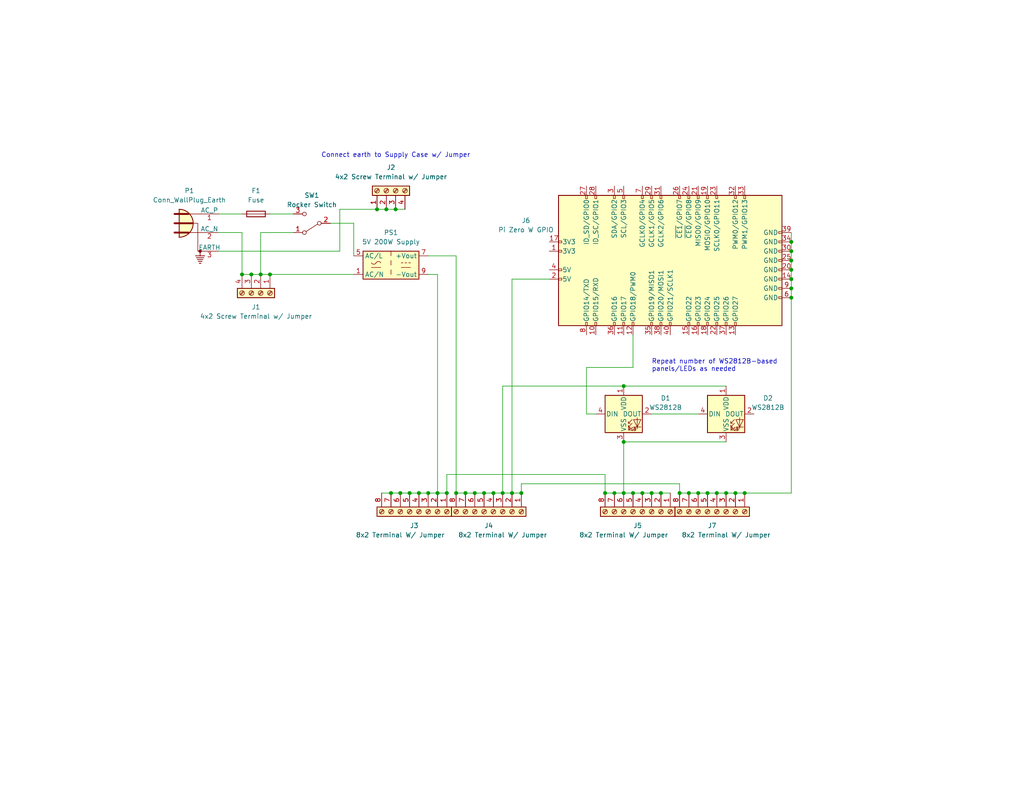
<source format=kicad_sch>
(kicad_sch (version 20211123) (generator eeschema)

  (uuid 9538e4ed-27e6-4c37-b989-9859dc0d49e8)

  (paper "USLetter")

  (title_block
    (title "Pixel Panels - General Schematic")
    (rev "A")
  )

  (lib_symbols
    (symbol "Connector:Conn_WallPlug_Earth" (pin_names (offset 0)) (in_bom yes) (on_board yes)
      (property "Reference" "P" (id 0) (at 0 3.81 0)
        (effects (font (size 1.27 1.27)) (justify bottom))
      )
      (property "Value" "Conn_WallPlug_Earth" (id 1) (at -5.08 0 90)
        (effects (font (size 1.27 1.27)) (justify bottom))
      )
      (property "Footprint" "" (id 2) (at 10.16 0 0)
        (effects (font (size 1.27 1.27)) hide)
      )
      (property "Datasheet" "~" (id 3) (at 10.16 0 0)
        (effects (font (size 1.27 1.27)) hide)
      )
      (property "ki_keywords" "wall plug 110VAC 220VAC" (id 4) (at 0 0 0)
        (effects (font (size 1.27 1.27)) hide)
      )
      (property "ki_description" "3-pin general wall plug, with Earth wire (110VAC, 220VAC)" (id 5) (at 0 0 0)
        (effects (font (size 1.27 1.27)) hide)
      )
      (symbol "Conn_WallPlug_Earth_0_1"
        (arc (start -3.175 -3.81) (mid 0.635 0) (end -3.175 3.81)
          (stroke (width 0.254) (type default) (color 0 0 0 0))
          (fill (type background))
        )
        (polyline
          (pts
            (xy -4.445 -2.54)
            (xy -0.635 -2.54)
          )
          (stroke (width 0.508) (type default) (color 0 0 0 0))
          (fill (type none))
        )
        (polyline
          (pts
            (xy -4.445 0)
            (xy 0.508 0)
          )
          (stroke (width 0.508) (type default) (color 0 0 0 0))
          (fill (type none))
        )
        (polyline
          (pts
            (xy -4.445 2.54)
            (xy -0.635 2.54)
          )
          (stroke (width 0.508) (type default) (color 0 0 0 0))
          (fill (type none))
        )
        (polyline
          (pts
            (xy -3.175 -3.81)
            (xy -3.175 3.81)
          )
          (stroke (width 0.254) (type default) (color 0 0 0 0))
          (fill (type none))
        )
        (polyline
          (pts
            (xy -0.635 -2.54)
            (xy 2.54 -2.54)
          )
          (stroke (width 0) (type default) (color 0 0 0 0))
          (fill (type none))
        )
        (polyline
          (pts
            (xy -0.635 2.54)
            (xy 2.54 2.54)
          )
          (stroke (width 0) (type default) (color 0 0 0 0))
          (fill (type none))
        )
        (polyline
          (pts
            (xy 1.524 -9.398)
            (xy 3.556 -9.398)
          )
          (stroke (width 0.2032) (type default) (color 0 0 0 0))
          (fill (type none))
        )
        (polyline
          (pts
            (xy 1.778 -9.906)
            (xy 3.302 -9.906)
          )
          (stroke (width 0.2032) (type default) (color 0 0 0 0))
          (fill (type none))
        )
        (polyline
          (pts
            (xy 2.032 -10.414)
            (xy 3.048 -10.414)
          )
          (stroke (width 0.2032) (type default) (color 0 0 0 0))
          (fill (type none))
        )
        (polyline
          (pts
            (xy 2.286 -10.922)
            (xy 2.794 -10.922)
          )
          (stroke (width 0.2032) (type default) (color 0 0 0 0))
          (fill (type none))
        )
        (polyline
          (pts
            (xy 2.54 -7.62)
            (xy 2.54 -8.89)
          )
          (stroke (width 0.2032) (type default) (color 0 0 0 0))
          (fill (type none))
        )
        (polyline
          (pts
            (xy 3.81 -8.89)
            (xy 1.27 -8.89)
          )
          (stroke (width 0.2032) (type default) (color 0 0 0 0))
          (fill (type none))
        )
        (polyline
          (pts
            (xy 2.54 -7.62)
            (xy 1.905 -7.62)
            (xy 1.905 0)
            (xy -4.445 0)
          )
          (stroke (width 0) (type default) (color 0 0 0 0))
          (fill (type none))
        )
        (circle (center 2.54 -7.62) (radius 0.3556)
          (stroke (width 0) (type default) (color 0 0 0 0))
          (fill (type outline))
        )
      )
      (symbol "Conn_WallPlug_Earth_1_1"
        (pin power_out line (at 7.62 2.54 180) (length 5.08)
          (name "AC_P" (effects (font (size 1.27 1.27))))
          (number "1" (effects (font (size 1.27 1.27))))
        )
        (pin power_out line (at 7.62 -2.54 180) (length 5.08)
          (name "AC_N" (effects (font (size 1.27 1.27))))
          (number "2" (effects (font (size 1.27 1.27))))
        )
        (pin passive line (at 7.62 -7.62 180) (length 5.08)
          (name "EARTH" (effects (font (size 1.27 1.27))))
          (number "3" (effects (font (size 1.27 1.27))))
        )
      )
    )
    (symbol "Connector:Raspberry_Pi_2_3" (pin_names (offset 1.016)) (in_bom yes) (on_board yes)
      (property "Reference" "J" (id 0) (at -17.78 31.75 0)
        (effects (font (size 1.27 1.27)) (justify left bottom))
      )
      (property "Value" "Raspberry_Pi_2_3" (id 1) (at 10.16 -31.75 0)
        (effects (font (size 1.27 1.27)) (justify left top))
      )
      (property "Footprint" "" (id 2) (at 0 0 0)
        (effects (font (size 1.27 1.27)) hide)
      )
      (property "Datasheet" "https://www.raspberrypi.org/documentation/hardware/raspberrypi/schematics/rpi_SCH_3bplus_1p0_reduced.pdf" (id 3) (at 0 0 0)
        (effects (font (size 1.27 1.27)) hide)
      )
      (property "ki_keywords" "raspberrypi gpio" (id 4) (at 0 0 0)
        (effects (font (size 1.27 1.27)) hide)
      )
      (property "ki_description" "expansion header for Raspberry Pi 2 & 3" (id 5) (at 0 0 0)
        (effects (font (size 1.27 1.27)) hide)
      )
      (property "ki_fp_filters" "PinHeader*2x20*P2.54mm*Vertical* PinSocket*2x20*P2.54mm*Vertical*" (id 6) (at 0 0 0)
        (effects (font (size 1.27 1.27)) hide)
      )
      (symbol "Raspberry_Pi_2_3_0_1"
        (rectangle (start -17.78 30.48) (end 17.78 -30.48)
          (stroke (width 0.254) (type default) (color 0 0 0 0))
          (fill (type background))
        )
      )
      (symbol "Raspberry_Pi_2_3_1_1"
        (rectangle (start -16.891 -17.526) (end -17.78 -18.034)
          (stroke (width 0) (type default) (color 0 0 0 0))
          (fill (type none))
        )
        (rectangle (start -16.891 -14.986) (end -17.78 -15.494)
          (stroke (width 0) (type default) (color 0 0 0 0))
          (fill (type none))
        )
        (rectangle (start -16.891 -12.446) (end -17.78 -12.954)
          (stroke (width 0) (type default) (color 0 0 0 0))
          (fill (type none))
        )
        (rectangle (start -16.891 -9.906) (end -17.78 -10.414)
          (stroke (width 0) (type default) (color 0 0 0 0))
          (fill (type none))
        )
        (rectangle (start -16.891 -7.366) (end -17.78 -7.874)
          (stroke (width 0) (type default) (color 0 0 0 0))
          (fill (type none))
        )
        (rectangle (start -16.891 -4.826) (end -17.78 -5.334)
          (stroke (width 0) (type default) (color 0 0 0 0))
          (fill (type none))
        )
        (rectangle (start -16.891 0.254) (end -17.78 -0.254)
          (stroke (width 0) (type default) (color 0 0 0 0))
          (fill (type none))
        )
        (rectangle (start -16.891 2.794) (end -17.78 2.286)
          (stroke (width 0) (type default) (color 0 0 0 0))
          (fill (type none))
        )
        (rectangle (start -16.891 5.334) (end -17.78 4.826)
          (stroke (width 0) (type default) (color 0 0 0 0))
          (fill (type none))
        )
        (rectangle (start -16.891 10.414) (end -17.78 9.906)
          (stroke (width 0) (type default) (color 0 0 0 0))
          (fill (type none))
        )
        (rectangle (start -16.891 12.954) (end -17.78 12.446)
          (stroke (width 0) (type default) (color 0 0 0 0))
          (fill (type none))
        )
        (rectangle (start -16.891 15.494) (end -17.78 14.986)
          (stroke (width 0) (type default) (color 0 0 0 0))
          (fill (type none))
        )
        (rectangle (start -16.891 20.574) (end -17.78 20.066)
          (stroke (width 0) (type default) (color 0 0 0 0))
          (fill (type none))
        )
        (rectangle (start -16.891 23.114) (end -17.78 22.606)
          (stroke (width 0) (type default) (color 0 0 0 0))
          (fill (type none))
        )
        (rectangle (start -10.414 -29.591) (end -9.906 -30.48)
          (stroke (width 0) (type default) (color 0 0 0 0))
          (fill (type none))
        )
        (rectangle (start -7.874 -29.591) (end -7.366 -30.48)
          (stroke (width 0) (type default) (color 0 0 0 0))
          (fill (type none))
        )
        (rectangle (start -5.334 -29.591) (end -4.826 -30.48)
          (stroke (width 0) (type default) (color 0 0 0 0))
          (fill (type none))
        )
        (rectangle (start -5.334 30.48) (end -4.826 29.591)
          (stroke (width 0) (type default) (color 0 0 0 0))
          (fill (type none))
        )
        (rectangle (start -2.794 -29.591) (end -2.286 -30.48)
          (stroke (width 0) (type default) (color 0 0 0 0))
          (fill (type none))
        )
        (rectangle (start -2.794 30.48) (end -2.286 29.591)
          (stroke (width 0) (type default) (color 0 0 0 0))
          (fill (type none))
        )
        (rectangle (start -0.254 -29.591) (end 0.254 -30.48)
          (stroke (width 0) (type default) (color 0 0 0 0))
          (fill (type none))
        )
        (rectangle (start 2.286 -29.591) (end 2.794 -30.48)
          (stroke (width 0) (type default) (color 0 0 0 0))
          (fill (type none))
        )
        (rectangle (start 2.286 30.48) (end 2.794 29.591)
          (stroke (width 0) (type default) (color 0 0 0 0))
          (fill (type none))
        )
        (rectangle (start 4.826 -29.591) (end 5.334 -30.48)
          (stroke (width 0) (type default) (color 0 0 0 0))
          (fill (type none))
        )
        (rectangle (start 4.826 30.48) (end 5.334 29.591)
          (stroke (width 0) (type default) (color 0 0 0 0))
          (fill (type none))
        )
        (rectangle (start 7.366 -29.591) (end 7.874 -30.48)
          (stroke (width 0) (type default) (color 0 0 0 0))
          (fill (type none))
        )
        (rectangle (start 17.78 -20.066) (end 16.891 -20.574)
          (stroke (width 0) (type default) (color 0 0 0 0))
          (fill (type none))
        )
        (rectangle (start 17.78 -17.526) (end 16.891 -18.034)
          (stroke (width 0) (type default) (color 0 0 0 0))
          (fill (type none))
        )
        (rectangle (start 17.78 -12.446) (end 16.891 -12.954)
          (stroke (width 0) (type default) (color 0 0 0 0))
          (fill (type none))
        )
        (rectangle (start 17.78 -9.906) (end 16.891 -10.414)
          (stroke (width 0) (type default) (color 0 0 0 0))
          (fill (type none))
        )
        (rectangle (start 17.78 -7.366) (end 16.891 -7.874)
          (stroke (width 0) (type default) (color 0 0 0 0))
          (fill (type none))
        )
        (rectangle (start 17.78 -4.826) (end 16.891 -5.334)
          (stroke (width 0) (type default) (color 0 0 0 0))
          (fill (type none))
        )
        (rectangle (start 17.78 -2.286) (end 16.891 -2.794)
          (stroke (width 0) (type default) (color 0 0 0 0))
          (fill (type none))
        )
        (rectangle (start 17.78 2.794) (end 16.891 2.286)
          (stroke (width 0) (type default) (color 0 0 0 0))
          (fill (type none))
        )
        (rectangle (start 17.78 5.334) (end 16.891 4.826)
          (stroke (width 0) (type default) (color 0 0 0 0))
          (fill (type none))
        )
        (rectangle (start 17.78 7.874) (end 16.891 7.366)
          (stroke (width 0) (type default) (color 0 0 0 0))
          (fill (type none))
        )
        (rectangle (start 17.78 12.954) (end 16.891 12.446)
          (stroke (width 0) (type default) (color 0 0 0 0))
          (fill (type none))
        )
        (rectangle (start 17.78 15.494) (end 16.891 14.986)
          (stroke (width 0) (type default) (color 0 0 0 0))
          (fill (type none))
        )
        (rectangle (start 17.78 20.574) (end 16.891 20.066)
          (stroke (width 0) (type default) (color 0 0 0 0))
          (fill (type none))
        )
        (rectangle (start 17.78 23.114) (end 16.891 22.606)
          (stroke (width 0) (type default) (color 0 0 0 0))
          (fill (type none))
        )
        (pin power_in line (at 2.54 33.02 270) (length 2.54)
          (name "3V3" (effects (font (size 1.27 1.27))))
          (number "1" (effects (font (size 1.27 1.27))))
        )
        (pin bidirectional line (at -20.32 20.32 0) (length 2.54)
          (name "GPIO15/RXD" (effects (font (size 1.27 1.27))))
          (number "10" (effects (font (size 1.27 1.27))))
        )
        (pin bidirectional line (at -20.32 12.7 0) (length 2.54)
          (name "GPIO17" (effects (font (size 1.27 1.27))))
          (number "11" (effects (font (size 1.27 1.27))))
        )
        (pin bidirectional line (at -20.32 10.16 0) (length 2.54)
          (name "GPIO18/PWM0" (effects (font (size 1.27 1.27))))
          (number "12" (effects (font (size 1.27 1.27))))
        )
        (pin bidirectional line (at -20.32 -17.78 0) (length 2.54)
          (name "GPIO27" (effects (font (size 1.27 1.27))))
          (number "13" (effects (font (size 1.27 1.27))))
        )
        (pin power_in line (at -5.08 -33.02 90) (length 2.54)
          (name "GND" (effects (font (size 1.27 1.27))))
          (number "14" (effects (font (size 1.27 1.27))))
        )
        (pin bidirectional line (at -20.32 -5.08 0) (length 2.54)
          (name "GPIO22" (effects (font (size 1.27 1.27))))
          (number "15" (effects (font (size 1.27 1.27))))
        )
        (pin bidirectional line (at -20.32 -7.62 0) (length 2.54)
          (name "GPIO23" (effects (font (size 1.27 1.27))))
          (number "16" (effects (font (size 1.27 1.27))))
        )
        (pin power_in line (at 5.08 33.02 270) (length 2.54)
          (name "3V3" (effects (font (size 1.27 1.27))))
          (number "17" (effects (font (size 1.27 1.27))))
        )
        (pin bidirectional line (at -20.32 -10.16 0) (length 2.54)
          (name "GPIO24" (effects (font (size 1.27 1.27))))
          (number "18" (effects (font (size 1.27 1.27))))
        )
        (pin bidirectional line (at 20.32 -10.16 180) (length 2.54)
          (name "MOSI0/GPIO10" (effects (font (size 1.27 1.27))))
          (number "19" (effects (font (size 1.27 1.27))))
        )
        (pin power_in line (at -5.08 33.02 270) (length 2.54)
          (name "5V" (effects (font (size 1.27 1.27))))
          (number "2" (effects (font (size 1.27 1.27))))
        )
        (pin power_in line (at -2.54 -33.02 90) (length 2.54)
          (name "GND" (effects (font (size 1.27 1.27))))
          (number "20" (effects (font (size 1.27 1.27))))
        )
        (pin bidirectional line (at 20.32 -7.62 180) (length 2.54)
          (name "MISO0/GPIO9" (effects (font (size 1.27 1.27))))
          (number "21" (effects (font (size 1.27 1.27))))
        )
        (pin bidirectional line (at -20.32 -12.7 0) (length 2.54)
          (name "GPIO25" (effects (font (size 1.27 1.27))))
          (number "22" (effects (font (size 1.27 1.27))))
        )
        (pin bidirectional line (at 20.32 -12.7 180) (length 2.54)
          (name "SCLK0/GPIO11" (effects (font (size 1.27 1.27))))
          (number "23" (effects (font (size 1.27 1.27))))
        )
        (pin bidirectional line (at 20.32 -5.08 180) (length 2.54)
          (name "~{CE0}/GPIO8" (effects (font (size 1.27 1.27))))
          (number "24" (effects (font (size 1.27 1.27))))
        )
        (pin power_in line (at 0 -33.02 90) (length 2.54)
          (name "GND" (effects (font (size 1.27 1.27))))
          (number "25" (effects (font (size 1.27 1.27))))
        )
        (pin bidirectional line (at 20.32 -2.54 180) (length 2.54)
          (name "~{CE1}/GPIO7" (effects (font (size 1.27 1.27))))
          (number "26" (effects (font (size 1.27 1.27))))
        )
        (pin bidirectional line (at 20.32 22.86 180) (length 2.54)
          (name "ID_SD/GPIO0" (effects (font (size 1.27 1.27))))
          (number "27" (effects (font (size 1.27 1.27))))
        )
        (pin bidirectional line (at 20.32 20.32 180) (length 2.54)
          (name "ID_SC/GPIO1" (effects (font (size 1.27 1.27))))
          (number "28" (effects (font (size 1.27 1.27))))
        )
        (pin bidirectional line (at 20.32 5.08 180) (length 2.54)
          (name "GCLK1/GPIO5" (effects (font (size 1.27 1.27))))
          (number "29" (effects (font (size 1.27 1.27))))
        )
        (pin bidirectional line (at 20.32 15.24 180) (length 2.54)
          (name "SDA/GPIO2" (effects (font (size 1.27 1.27))))
          (number "3" (effects (font (size 1.27 1.27))))
        )
        (pin power_in line (at 2.54 -33.02 90) (length 2.54)
          (name "GND" (effects (font (size 1.27 1.27))))
          (number "30" (effects (font (size 1.27 1.27))))
        )
        (pin bidirectional line (at 20.32 2.54 180) (length 2.54)
          (name "GCLK2/GPIO6" (effects (font (size 1.27 1.27))))
          (number "31" (effects (font (size 1.27 1.27))))
        )
        (pin bidirectional line (at 20.32 -17.78 180) (length 2.54)
          (name "PWM0/GPIO12" (effects (font (size 1.27 1.27))))
          (number "32" (effects (font (size 1.27 1.27))))
        )
        (pin bidirectional line (at 20.32 -20.32 180) (length 2.54)
          (name "PWM1/GPIO13" (effects (font (size 1.27 1.27))))
          (number "33" (effects (font (size 1.27 1.27))))
        )
        (pin power_in line (at 5.08 -33.02 90) (length 2.54)
          (name "GND" (effects (font (size 1.27 1.27))))
          (number "34" (effects (font (size 1.27 1.27))))
        )
        (pin bidirectional line (at -20.32 5.08 0) (length 2.54)
          (name "GPIO19/MISO1" (effects (font (size 1.27 1.27))))
          (number "35" (effects (font (size 1.27 1.27))))
        )
        (pin bidirectional line (at -20.32 15.24 0) (length 2.54)
          (name "GPIO16" (effects (font (size 1.27 1.27))))
          (number "36" (effects (font (size 1.27 1.27))))
        )
        (pin bidirectional line (at -20.32 -15.24 0) (length 2.54)
          (name "GPIO26" (effects (font (size 1.27 1.27))))
          (number "37" (effects (font (size 1.27 1.27))))
        )
        (pin bidirectional line (at -20.32 2.54 0) (length 2.54)
          (name "GPIO20/MOSI1" (effects (font (size 1.27 1.27))))
          (number "38" (effects (font (size 1.27 1.27))))
        )
        (pin power_in line (at 7.62 -33.02 90) (length 2.54)
          (name "GND" (effects (font (size 1.27 1.27))))
          (number "39" (effects (font (size 1.27 1.27))))
        )
        (pin power_in line (at -2.54 33.02 270) (length 2.54)
          (name "5V" (effects (font (size 1.27 1.27))))
          (number "4" (effects (font (size 1.27 1.27))))
        )
        (pin bidirectional line (at -20.32 0 0) (length 2.54)
          (name "GPIO21/SCLK1" (effects (font (size 1.27 1.27))))
          (number "40" (effects (font (size 1.27 1.27))))
        )
        (pin bidirectional line (at 20.32 12.7 180) (length 2.54)
          (name "SCL/GPIO3" (effects (font (size 1.27 1.27))))
          (number "5" (effects (font (size 1.27 1.27))))
        )
        (pin power_in line (at -10.16 -33.02 90) (length 2.54)
          (name "GND" (effects (font (size 1.27 1.27))))
          (number "6" (effects (font (size 1.27 1.27))))
        )
        (pin bidirectional line (at 20.32 7.62 180) (length 2.54)
          (name "GCLK0/GPIO4" (effects (font (size 1.27 1.27))))
          (number "7" (effects (font (size 1.27 1.27))))
        )
        (pin bidirectional line (at -20.32 22.86 0) (length 2.54)
          (name "GPIO14/TXD" (effects (font (size 1.27 1.27))))
          (number "8" (effects (font (size 1.27 1.27))))
        )
        (pin power_in line (at -7.62 -33.02 90) (length 2.54)
          (name "GND" (effects (font (size 1.27 1.27))))
          (number "9" (effects (font (size 1.27 1.27))))
        )
      )
    )
    (symbol "Connector:Screw_Terminal_01x04" (pin_names (offset 1.016) hide) (in_bom yes) (on_board yes)
      (property "Reference" "J" (id 0) (at 0 5.08 0)
        (effects (font (size 1.27 1.27)))
      )
      (property "Value" "Screw_Terminal_01x04" (id 1) (at 0 -7.62 0)
        (effects (font (size 1.27 1.27)))
      )
      (property "Footprint" "" (id 2) (at 0 0 0)
        (effects (font (size 1.27 1.27)) hide)
      )
      (property "Datasheet" "~" (id 3) (at 0 0 0)
        (effects (font (size 1.27 1.27)) hide)
      )
      (property "ki_keywords" "screw terminal" (id 4) (at 0 0 0)
        (effects (font (size 1.27 1.27)) hide)
      )
      (property "ki_description" "Generic screw terminal, single row, 01x04, script generated (kicad-library-utils/schlib/autogen/connector/)" (id 5) (at 0 0 0)
        (effects (font (size 1.27 1.27)) hide)
      )
      (property "ki_fp_filters" "TerminalBlock*:*" (id 6) (at 0 0 0)
        (effects (font (size 1.27 1.27)) hide)
      )
      (symbol "Screw_Terminal_01x04_1_1"
        (rectangle (start -1.27 3.81) (end 1.27 -6.35)
          (stroke (width 0.254) (type default) (color 0 0 0 0))
          (fill (type background))
        )
        (circle (center 0 -5.08) (radius 0.635)
          (stroke (width 0.1524) (type default) (color 0 0 0 0))
          (fill (type none))
        )
        (circle (center 0 -2.54) (radius 0.635)
          (stroke (width 0.1524) (type default) (color 0 0 0 0))
          (fill (type none))
        )
        (polyline
          (pts
            (xy -0.5334 -4.7498)
            (xy 0.3302 -5.588)
          )
          (stroke (width 0.1524) (type default) (color 0 0 0 0))
          (fill (type none))
        )
        (polyline
          (pts
            (xy -0.5334 -2.2098)
            (xy 0.3302 -3.048)
          )
          (stroke (width 0.1524) (type default) (color 0 0 0 0))
          (fill (type none))
        )
        (polyline
          (pts
            (xy -0.5334 0.3302)
            (xy 0.3302 -0.508)
          )
          (stroke (width 0.1524) (type default) (color 0 0 0 0))
          (fill (type none))
        )
        (polyline
          (pts
            (xy -0.5334 2.8702)
            (xy 0.3302 2.032)
          )
          (stroke (width 0.1524) (type default) (color 0 0 0 0))
          (fill (type none))
        )
        (polyline
          (pts
            (xy -0.3556 -4.572)
            (xy 0.508 -5.4102)
          )
          (stroke (width 0.1524) (type default) (color 0 0 0 0))
          (fill (type none))
        )
        (polyline
          (pts
            (xy -0.3556 -2.032)
            (xy 0.508 -2.8702)
          )
          (stroke (width 0.1524) (type default) (color 0 0 0 0))
          (fill (type none))
        )
        (polyline
          (pts
            (xy -0.3556 0.508)
            (xy 0.508 -0.3302)
          )
          (stroke (width 0.1524) (type default) (color 0 0 0 0))
          (fill (type none))
        )
        (polyline
          (pts
            (xy -0.3556 3.048)
            (xy 0.508 2.2098)
          )
          (stroke (width 0.1524) (type default) (color 0 0 0 0))
          (fill (type none))
        )
        (circle (center 0 0) (radius 0.635)
          (stroke (width 0.1524) (type default) (color 0 0 0 0))
          (fill (type none))
        )
        (circle (center 0 2.54) (radius 0.635)
          (stroke (width 0.1524) (type default) (color 0 0 0 0))
          (fill (type none))
        )
        (pin passive line (at -5.08 2.54 0) (length 3.81)
          (name "Pin_1" (effects (font (size 1.27 1.27))))
          (number "1" (effects (font (size 1.27 1.27))))
        )
        (pin passive line (at -5.08 0 0) (length 3.81)
          (name "Pin_2" (effects (font (size 1.27 1.27))))
          (number "2" (effects (font (size 1.27 1.27))))
        )
        (pin passive line (at -5.08 -2.54 0) (length 3.81)
          (name "Pin_3" (effects (font (size 1.27 1.27))))
          (number "3" (effects (font (size 1.27 1.27))))
        )
        (pin passive line (at -5.08 -5.08 0) (length 3.81)
          (name "Pin_4" (effects (font (size 1.27 1.27))))
          (number "4" (effects (font (size 1.27 1.27))))
        )
      )
    )
    (symbol "Connector:Screw_Terminal_01x08" (pin_names (offset 1.016) hide) (in_bom yes) (on_board yes)
      (property "Reference" "J" (id 0) (at 0 10.16 0)
        (effects (font (size 1.27 1.27)))
      )
      (property "Value" "Screw_Terminal_01x08" (id 1) (at 0 -12.7 0)
        (effects (font (size 1.27 1.27)))
      )
      (property "Footprint" "" (id 2) (at 0 0 0)
        (effects (font (size 1.27 1.27)) hide)
      )
      (property "Datasheet" "~" (id 3) (at 0 0 0)
        (effects (font (size 1.27 1.27)) hide)
      )
      (property "ki_keywords" "screw terminal" (id 4) (at 0 0 0)
        (effects (font (size 1.27 1.27)) hide)
      )
      (property "ki_description" "Generic screw terminal, single row, 01x08, script generated (kicad-library-utils/schlib/autogen/connector/)" (id 5) (at 0 0 0)
        (effects (font (size 1.27 1.27)) hide)
      )
      (property "ki_fp_filters" "TerminalBlock*:*" (id 6) (at 0 0 0)
        (effects (font (size 1.27 1.27)) hide)
      )
      (symbol "Screw_Terminal_01x08_1_1"
        (rectangle (start -1.27 8.89) (end 1.27 -11.43)
          (stroke (width 0.254) (type default) (color 0 0 0 0))
          (fill (type background))
        )
        (circle (center 0 -10.16) (radius 0.635)
          (stroke (width 0.1524) (type default) (color 0 0 0 0))
          (fill (type none))
        )
        (circle (center 0 -7.62) (radius 0.635)
          (stroke (width 0.1524) (type default) (color 0 0 0 0))
          (fill (type none))
        )
        (circle (center 0 -5.08) (radius 0.635)
          (stroke (width 0.1524) (type default) (color 0 0 0 0))
          (fill (type none))
        )
        (circle (center 0 -2.54) (radius 0.635)
          (stroke (width 0.1524) (type default) (color 0 0 0 0))
          (fill (type none))
        )
        (polyline
          (pts
            (xy -0.5334 -9.8298)
            (xy 0.3302 -10.668)
          )
          (stroke (width 0.1524) (type default) (color 0 0 0 0))
          (fill (type none))
        )
        (polyline
          (pts
            (xy -0.5334 -7.2898)
            (xy 0.3302 -8.128)
          )
          (stroke (width 0.1524) (type default) (color 0 0 0 0))
          (fill (type none))
        )
        (polyline
          (pts
            (xy -0.5334 -4.7498)
            (xy 0.3302 -5.588)
          )
          (stroke (width 0.1524) (type default) (color 0 0 0 0))
          (fill (type none))
        )
        (polyline
          (pts
            (xy -0.5334 -2.2098)
            (xy 0.3302 -3.048)
          )
          (stroke (width 0.1524) (type default) (color 0 0 0 0))
          (fill (type none))
        )
        (polyline
          (pts
            (xy -0.5334 0.3302)
            (xy 0.3302 -0.508)
          )
          (stroke (width 0.1524) (type default) (color 0 0 0 0))
          (fill (type none))
        )
        (polyline
          (pts
            (xy -0.5334 2.8702)
            (xy 0.3302 2.032)
          )
          (stroke (width 0.1524) (type default) (color 0 0 0 0))
          (fill (type none))
        )
        (polyline
          (pts
            (xy -0.5334 5.4102)
            (xy 0.3302 4.572)
          )
          (stroke (width 0.1524) (type default) (color 0 0 0 0))
          (fill (type none))
        )
        (polyline
          (pts
            (xy -0.5334 7.9502)
            (xy 0.3302 7.112)
          )
          (stroke (width 0.1524) (type default) (color 0 0 0 0))
          (fill (type none))
        )
        (polyline
          (pts
            (xy -0.3556 -9.652)
            (xy 0.508 -10.4902)
          )
          (stroke (width 0.1524) (type default) (color 0 0 0 0))
          (fill (type none))
        )
        (polyline
          (pts
            (xy -0.3556 -7.112)
            (xy 0.508 -7.9502)
          )
          (stroke (width 0.1524) (type default) (color 0 0 0 0))
          (fill (type none))
        )
        (polyline
          (pts
            (xy -0.3556 -4.572)
            (xy 0.508 -5.4102)
          )
          (stroke (width 0.1524) (type default) (color 0 0 0 0))
          (fill (type none))
        )
        (polyline
          (pts
            (xy -0.3556 -2.032)
            (xy 0.508 -2.8702)
          )
          (stroke (width 0.1524) (type default) (color 0 0 0 0))
          (fill (type none))
        )
        (polyline
          (pts
            (xy -0.3556 0.508)
            (xy 0.508 -0.3302)
          )
          (stroke (width 0.1524) (type default) (color 0 0 0 0))
          (fill (type none))
        )
        (polyline
          (pts
            (xy -0.3556 3.048)
            (xy 0.508 2.2098)
          )
          (stroke (width 0.1524) (type default) (color 0 0 0 0))
          (fill (type none))
        )
        (polyline
          (pts
            (xy -0.3556 5.588)
            (xy 0.508 4.7498)
          )
          (stroke (width 0.1524) (type default) (color 0 0 0 0))
          (fill (type none))
        )
        (polyline
          (pts
            (xy -0.3556 8.128)
            (xy 0.508 7.2898)
          )
          (stroke (width 0.1524) (type default) (color 0 0 0 0))
          (fill (type none))
        )
        (circle (center 0 0) (radius 0.635)
          (stroke (width 0.1524) (type default) (color 0 0 0 0))
          (fill (type none))
        )
        (circle (center 0 2.54) (radius 0.635)
          (stroke (width 0.1524) (type default) (color 0 0 0 0))
          (fill (type none))
        )
        (circle (center 0 5.08) (radius 0.635)
          (stroke (width 0.1524) (type default) (color 0 0 0 0))
          (fill (type none))
        )
        (circle (center 0 7.62) (radius 0.635)
          (stroke (width 0.1524) (type default) (color 0 0 0 0))
          (fill (type none))
        )
        (pin passive line (at -5.08 7.62 0) (length 3.81)
          (name "Pin_1" (effects (font (size 1.27 1.27))))
          (number "1" (effects (font (size 1.27 1.27))))
        )
        (pin passive line (at -5.08 5.08 0) (length 3.81)
          (name "Pin_2" (effects (font (size 1.27 1.27))))
          (number "2" (effects (font (size 1.27 1.27))))
        )
        (pin passive line (at -5.08 2.54 0) (length 3.81)
          (name "Pin_3" (effects (font (size 1.27 1.27))))
          (number "3" (effects (font (size 1.27 1.27))))
        )
        (pin passive line (at -5.08 0 0) (length 3.81)
          (name "Pin_4" (effects (font (size 1.27 1.27))))
          (number "4" (effects (font (size 1.27 1.27))))
        )
        (pin passive line (at -5.08 -2.54 0) (length 3.81)
          (name "Pin_5" (effects (font (size 1.27 1.27))))
          (number "5" (effects (font (size 1.27 1.27))))
        )
        (pin passive line (at -5.08 -5.08 0) (length 3.81)
          (name "Pin_6" (effects (font (size 1.27 1.27))))
          (number "6" (effects (font (size 1.27 1.27))))
        )
        (pin passive line (at -5.08 -7.62 0) (length 3.81)
          (name "Pin_7" (effects (font (size 1.27 1.27))))
          (number "7" (effects (font (size 1.27 1.27))))
        )
        (pin passive line (at -5.08 -10.16 0) (length 3.81)
          (name "Pin_8" (effects (font (size 1.27 1.27))))
          (number "8" (effects (font (size 1.27 1.27))))
        )
      )
    )
    (symbol "Converter_ACDC:HS-40005" (in_bom yes) (on_board yes)
      (property "Reference" "PS" (id 0) (at 0 5.08 0)
        (effects (font (size 1.27 1.27)))
      )
      (property "Value" "HS-40005" (id 1) (at 0 -5.08 0)
        (effects (font (size 1.27 1.27)))
      )
      (property "Footprint" "Converter_ACDC:Converter_ACDC_Hahn_HS-400xx_THT" (id 2) (at 0 -7.62 0)
        (effects (font (size 1.27 1.27)) hide)
      )
      (property "Datasheet" "http://www.tme.eu/de/Document/996b08915f81126361ce1f9c12d2f8b9/HS40005.pdf" (id 3) (at 0 -10.16 0)
        (effects (font (size 1.27 1.27)) hide)
      )
      (property "ki_keywords" "5V 3W AC-DC module power supply" (id 4) (at 0 0 0)
        (effects (font (size 1.27 1.27)) hide)
      )
      (property "ki_description" "5V, 3W, AC-DC module power supply, Hahn" (id 5) (at 0 0 0)
        (effects (font (size 1.27 1.27)) hide)
      )
      (property "ki_fp_filters" "Converter*ACDC*Hahn*HS*400xx*" (id 6) (at 0 0 0)
        (effects (font (size 1.27 1.27)) hide)
      )
      (symbol "HS-40005_0_1"
        (rectangle (start -7.62 3.81) (end 7.62 -3.81)
          (stroke (width 0.254) (type default) (color 0 0 0 0))
          (fill (type background))
        )
        (arc (start -5.334 0.635) (mid -4.699 0.2495) (end -4.064 0.635)
          (stroke (width 0) (type default) (color 0 0 0 0))
          (fill (type none))
        )
        (arc (start -2.794 0.635) (mid -3.429 1.0072) (end -4.064 0.635)
          (stroke (width 0) (type default) (color 0 0 0 0))
          (fill (type none))
        )
        (polyline
          (pts
            (xy -5.334 -0.635)
            (xy -2.794 -0.635)
          )
          (stroke (width 0) (type default) (color 0 0 0 0))
          (fill (type none))
        )
        (polyline
          (pts
            (xy 2.794 -0.635)
            (xy 5.334 -0.635)
          )
          (stroke (width 0) (type default) (color 0 0 0 0))
          (fill (type none))
        )
        (polyline
          (pts
            (xy 2.794 0.635)
            (xy 3.302 0.635)
          )
          (stroke (width 0) (type default) (color 0 0 0 0))
          (fill (type none))
        )
        (polyline
          (pts
            (xy 3.81 0.635)
            (xy 4.318 0.635)
          )
          (stroke (width 0) (type default) (color 0 0 0 0))
          (fill (type none))
        )
        (polyline
          (pts
            (xy 4.826 0.635)
            (xy 5.334 0.635)
          )
          (stroke (width 0) (type default) (color 0 0 0 0))
          (fill (type none))
        )
      )
      (symbol "HS-40005_1_1"
        (polyline
          (pts
            (xy 0 -1.27)
            (xy 0 -2.54)
          )
          (stroke (width 0) (type default) (color 0 0 0 0))
          (fill (type none))
        )
        (polyline
          (pts
            (xy 0 1.27)
            (xy 0 0)
          )
          (stroke (width 0) (type default) (color 0 0 0 0))
          (fill (type none))
        )
        (polyline
          (pts
            (xy 0 3.81)
            (xy 0 2.54)
          )
          (stroke (width 0) (type default) (color 0 0 0 0))
          (fill (type none))
        )
        (pin power_in line (at -10.16 -2.54 0) (length 2.54)
          (name "AC/N" (effects (font (size 1.27 1.27))))
          (number "1" (effects (font (size 1.27 1.27))))
        )
        (pin power_in line (at -10.16 2.54 0) (length 2.54)
          (name "AC/L" (effects (font (size 1.27 1.27))))
          (number "5" (effects (font (size 1.27 1.27))))
        )
        (pin power_out line (at 10.16 2.54 180) (length 2.54)
          (name "+Vout" (effects (font (size 1.27 1.27))))
          (number "7" (effects (font (size 1.27 1.27))))
        )
        (pin power_out line (at 10.16 -2.54 180) (length 2.54)
          (name "-Vout" (effects (font (size 1.27 1.27))))
          (number "9" (effects (font (size 1.27 1.27))))
        )
      )
    )
    (symbol "Device:Fuse" (pin_numbers hide) (pin_names (offset 0)) (in_bom yes) (on_board yes)
      (property "Reference" "F" (id 0) (at 2.032 0 90)
        (effects (font (size 1.27 1.27)))
      )
      (property "Value" "Fuse" (id 1) (at -1.905 0 90)
        (effects (font (size 1.27 1.27)))
      )
      (property "Footprint" "" (id 2) (at -1.778 0 90)
        (effects (font (size 1.27 1.27)) hide)
      )
      (property "Datasheet" "~" (id 3) (at 0 0 0)
        (effects (font (size 1.27 1.27)) hide)
      )
      (property "ki_keywords" "fuse" (id 4) (at 0 0 0)
        (effects (font (size 1.27 1.27)) hide)
      )
      (property "ki_description" "Fuse" (id 5) (at 0 0 0)
        (effects (font (size 1.27 1.27)) hide)
      )
      (property "ki_fp_filters" "*Fuse*" (id 6) (at 0 0 0)
        (effects (font (size 1.27 1.27)) hide)
      )
      (symbol "Fuse_0_1"
        (rectangle (start -0.762 -2.54) (end 0.762 2.54)
          (stroke (width 0.254) (type default) (color 0 0 0 0))
          (fill (type none))
        )
        (polyline
          (pts
            (xy 0 2.54)
            (xy 0 -2.54)
          )
          (stroke (width 0) (type default) (color 0 0 0 0))
          (fill (type none))
        )
      )
      (symbol "Fuse_1_1"
        (pin passive line (at 0 3.81 270) (length 1.27)
          (name "~" (effects (font (size 1.27 1.27))))
          (number "1" (effects (font (size 1.27 1.27))))
        )
        (pin passive line (at 0 -3.81 90) (length 1.27)
          (name "~" (effects (font (size 1.27 1.27))))
          (number "2" (effects (font (size 1.27 1.27))))
        )
      )
    )
    (symbol "LED:WS2812B" (pin_names (offset 0.254)) (in_bom yes) (on_board yes)
      (property "Reference" "D" (id 0) (at 5.08 5.715 0)
        (effects (font (size 1.27 1.27)) (justify right bottom))
      )
      (property "Value" "WS2812B" (id 1) (at 1.27 -5.715 0)
        (effects (font (size 1.27 1.27)) (justify left top))
      )
      (property "Footprint" "LED_SMD:LED_WS2812B_PLCC4_5.0x5.0mm_P3.2mm" (id 2) (at 1.27 -7.62 0)
        (effects (font (size 1.27 1.27)) (justify left top) hide)
      )
      (property "Datasheet" "https://cdn-shop.adafruit.com/datasheets/WS2812B.pdf" (id 3) (at 2.54 -9.525 0)
        (effects (font (size 1.27 1.27)) (justify left top) hide)
      )
      (property "ki_keywords" "RGB LED NeoPixel addressable" (id 4) (at 0 0 0)
        (effects (font (size 1.27 1.27)) hide)
      )
      (property "ki_description" "RGB LED with integrated controller" (id 5) (at 0 0 0)
        (effects (font (size 1.27 1.27)) hide)
      )
      (property "ki_fp_filters" "LED*WS2812*PLCC*5.0x5.0mm*P3.2mm*" (id 6) (at 0 0 0)
        (effects (font (size 1.27 1.27)) hide)
      )
      (symbol "WS2812B_0_0"
        (text "RGB" (at 2.286 -4.191 0)
          (effects (font (size 0.762 0.762)))
        )
      )
      (symbol "WS2812B_0_1"
        (polyline
          (pts
            (xy 1.27 -3.556)
            (xy 1.778 -3.556)
          )
          (stroke (width 0) (type default) (color 0 0 0 0))
          (fill (type none))
        )
        (polyline
          (pts
            (xy 1.27 -2.54)
            (xy 1.778 -2.54)
          )
          (stroke (width 0) (type default) (color 0 0 0 0))
          (fill (type none))
        )
        (polyline
          (pts
            (xy 4.699 -3.556)
            (xy 2.667 -3.556)
          )
          (stroke (width 0) (type default) (color 0 0 0 0))
          (fill (type none))
        )
        (polyline
          (pts
            (xy 2.286 -2.54)
            (xy 1.27 -3.556)
            (xy 1.27 -3.048)
          )
          (stroke (width 0) (type default) (color 0 0 0 0))
          (fill (type none))
        )
        (polyline
          (pts
            (xy 2.286 -1.524)
            (xy 1.27 -2.54)
            (xy 1.27 -2.032)
          )
          (stroke (width 0) (type default) (color 0 0 0 0))
          (fill (type none))
        )
        (polyline
          (pts
            (xy 3.683 -1.016)
            (xy 3.683 -3.556)
            (xy 3.683 -4.064)
          )
          (stroke (width 0) (type default) (color 0 0 0 0))
          (fill (type none))
        )
        (polyline
          (pts
            (xy 4.699 -1.524)
            (xy 2.667 -1.524)
            (xy 3.683 -3.556)
            (xy 4.699 -1.524)
          )
          (stroke (width 0) (type default) (color 0 0 0 0))
          (fill (type none))
        )
        (rectangle (start 5.08 5.08) (end -5.08 -5.08)
          (stroke (width 0.254) (type default) (color 0 0 0 0))
          (fill (type background))
        )
      )
      (symbol "WS2812B_1_1"
        (pin power_in line (at 0 7.62 270) (length 2.54)
          (name "VDD" (effects (font (size 1.27 1.27))))
          (number "1" (effects (font (size 1.27 1.27))))
        )
        (pin output line (at 7.62 0 180) (length 2.54)
          (name "DOUT" (effects (font (size 1.27 1.27))))
          (number "2" (effects (font (size 1.27 1.27))))
        )
        (pin power_in line (at 0 -7.62 90) (length 2.54)
          (name "VSS" (effects (font (size 1.27 1.27))))
          (number "3" (effects (font (size 1.27 1.27))))
        )
        (pin input line (at -7.62 0 0) (length 2.54)
          (name "DIN" (effects (font (size 1.27 1.27))))
          (number "4" (effects (font (size 1.27 1.27))))
        )
      )
    )
    (symbol "Switch:SW_SPDT" (pin_names (offset 0) hide) (in_bom yes) (on_board yes)
      (property "Reference" "SW" (id 0) (at 0 4.318 0)
        (effects (font (size 1.27 1.27)))
      )
      (property "Value" "SW_SPDT" (id 1) (at 0 -5.08 0)
        (effects (font (size 1.27 1.27)))
      )
      (property "Footprint" "" (id 2) (at 0 0 0)
        (effects (font (size 1.27 1.27)) hide)
      )
      (property "Datasheet" "~" (id 3) (at 0 0 0)
        (effects (font (size 1.27 1.27)) hide)
      )
      (property "ki_keywords" "switch single-pole double-throw spdt ON-ON" (id 4) (at 0 0 0)
        (effects (font (size 1.27 1.27)) hide)
      )
      (property "ki_description" "Switch, single pole double throw" (id 5) (at 0 0 0)
        (effects (font (size 1.27 1.27)) hide)
      )
      (symbol "SW_SPDT_0_0"
        (circle (center -2.032 0) (radius 0.508)
          (stroke (width 0) (type default) (color 0 0 0 0))
          (fill (type none))
        )
        (circle (center 2.032 -2.54) (radius 0.508)
          (stroke (width 0) (type default) (color 0 0 0 0))
          (fill (type none))
        )
      )
      (symbol "SW_SPDT_0_1"
        (polyline
          (pts
            (xy -1.524 0.254)
            (xy 1.651 2.286)
          )
          (stroke (width 0) (type default) (color 0 0 0 0))
          (fill (type none))
        )
        (circle (center 2.032 2.54) (radius 0.508)
          (stroke (width 0) (type default) (color 0 0 0 0))
          (fill (type none))
        )
      )
      (symbol "SW_SPDT_1_1"
        (pin passive line (at 5.08 2.54 180) (length 2.54)
          (name "A" (effects (font (size 1.27 1.27))))
          (number "1" (effects (font (size 1.27 1.27))))
        )
        (pin passive line (at -5.08 0 0) (length 2.54)
          (name "B" (effects (font (size 1.27 1.27))))
          (number "2" (effects (font (size 1.27 1.27))))
        )
        (pin passive line (at 5.08 -2.54 180) (length 2.54)
          (name "C" (effects (font (size 1.27 1.27))))
          (number "3" (effects (font (size 1.27 1.27))))
        )
      )
    )
  )

  (junction (at 142.24 134.62) (diameter 0) (color 0 0 0 0)
    (uuid 0408b5ee-94ba-4a8f-be03-cd758ff57a68)
  )
  (junction (at 73.66 74.93) (diameter 0) (color 0 0 0 0)
    (uuid 08730305-59f8-48db-833f-fb8c79fc6d9c)
  )
  (junction (at 180.34 134.62) (diameter 0) (color 0 0 0 0)
    (uuid 09b1b182-dc10-4171-b590-3ee6769523ae)
  )
  (junction (at 190.5 134.62) (diameter 0) (color 0 0 0 0)
    (uuid 0ae36132-572d-4eee-b277-0e8a48bcf201)
  )
  (junction (at 106.68 134.62) (diameter 0) (color 0 0 0 0)
    (uuid 0e81a309-e7c1-4178-8158-a9da0ba724a6)
  )
  (junction (at 172.72 134.62) (diameter 0) (color 0 0 0 0)
    (uuid 10d04f4f-194b-4972-ae76-28ec83abfa4e)
  )
  (junction (at 114.3 134.62) (diameter 0) (color 0 0 0 0)
    (uuid 1eb7b7cf-30f5-4efe-ac6b-04d5343821ed)
  )
  (junction (at 215.9 81.28) (diameter 0) (color 0 0 0 0)
    (uuid 2d84563f-c503-4327-9d91-5ceddeb87ab1)
  )
  (junction (at 137.16 134.62) (diameter 0) (color 0 0 0 0)
    (uuid 42a94d3b-be2c-4ade-bfd6-ed2aa9b87cb6)
  )
  (junction (at 185.42 134.62) (diameter 0) (color 0 0 0 0)
    (uuid 42dd85f6-b79c-442a-8660-735c001599d4)
  )
  (junction (at 68.58 74.93) (diameter 0) (color 0 0 0 0)
    (uuid 4375d57c-7427-4f98-aa55-d19c8774ae79)
  )
  (junction (at 215.9 68.58) (diameter 0) (color 0 0 0 0)
    (uuid 4a2f7606-6305-428c-805b-d331410a635f)
  )
  (junction (at 132.08 134.62) (diameter 0) (color 0 0 0 0)
    (uuid 50e19b5c-2a82-4ea0-ba7e-aa7fabf64792)
  )
  (junction (at 170.18 120.65) (diameter 0) (color 0 0 0 0)
    (uuid 54e21c76-fdd2-441c-b8dc-6b094533e4a8)
  )
  (junction (at 105.41 57.15) (diameter 0) (color 0 0 0 0)
    (uuid 561c5fe7-0c5f-40a4-accf-6cef80b415f0)
  )
  (junction (at 170.18 134.62) (diameter 0) (color 0 0 0 0)
    (uuid 583107eb-f6f7-430b-9230-601c244f7a21)
  )
  (junction (at 121.92 134.62) (diameter 0) (color 0 0 0 0)
    (uuid 5c653f88-8d26-4452-9886-268c73c37be2)
  )
  (junction (at 167.64 134.62) (diameter 0) (color 0 0 0 0)
    (uuid 6207f50a-b599-4a99-a99a-7d19ec436818)
  )
  (junction (at 215.9 71.12) (diameter 0) (color 0 0 0 0)
    (uuid 6305d03a-0f89-410f-bf9f-cb57f6357e6a)
  )
  (junction (at 134.62 134.62) (diameter 0) (color 0 0 0 0)
    (uuid 698ad0a9-f279-42e9-a7b9-8c695ec632af)
  )
  (junction (at 187.96 134.62) (diameter 0) (color 0 0 0 0)
    (uuid 7b09fe4d-01b0-45cc-a93b-21bfecb52496)
  )
  (junction (at 200.66 134.62) (diameter 0) (color 0 0 0 0)
    (uuid 7b2fb9e0-cb76-45d9-90db-b729ba75a10d)
  )
  (junction (at 193.04 134.62) (diameter 0) (color 0 0 0 0)
    (uuid 97f8618a-4fcc-4d28-a28c-4e2c03f88cd7)
  )
  (junction (at 129.54 134.62) (diameter 0) (color 0 0 0 0)
    (uuid 9c2e311e-4411-4754-ace9-a4b7fefdcaa1)
  )
  (junction (at 198.12 134.62) (diameter 0) (color 0 0 0 0)
    (uuid 9f37a3bd-1541-4d73-ac9a-8ca2fffe68d4)
  )
  (junction (at 139.7 134.62) (diameter 0) (color 0 0 0 0)
    (uuid aa56a833-c491-4cd5-a001-1a0439d5516b)
  )
  (junction (at 215.9 73.66) (diameter 0) (color 0 0 0 0)
    (uuid aae49274-4eef-4e88-a122-e5df423f84d3)
  )
  (junction (at 195.58 134.62) (diameter 0) (color 0 0 0 0)
    (uuid aaedf940-e14f-412f-9b26-5fe81eaf31fa)
  )
  (junction (at 203.2 134.62) (diameter 0) (color 0 0 0 0)
    (uuid b7b27e08-6218-4844-837a-960b64c7d559)
  )
  (junction (at 116.84 134.62) (diameter 0) (color 0 0 0 0)
    (uuid be07b00d-b183-4efd-a7d1-e861158bf0fc)
  )
  (junction (at 175.26 134.62) (diameter 0) (color 0 0 0 0)
    (uuid c4a856d2-56c0-40b0-9901-84c5fd99e737)
  )
  (junction (at 215.9 78.74) (diameter 0) (color 0 0 0 0)
    (uuid c975d86f-ada9-4338-94b7-156355316647)
  )
  (junction (at 177.8 134.62) (diameter 0) (color 0 0 0 0)
    (uuid d3057404-e2f5-469e-a863-70be2740740b)
  )
  (junction (at 71.12 74.93) (diameter 0) (color 0 0 0 0)
    (uuid d9f3f506-1b02-4091-9e3f-5c9b2a10d156)
  )
  (junction (at 127 134.62) (diameter 0) (color 0 0 0 0)
    (uuid da04979a-9849-428c-80bc-00d856991a13)
  )
  (junction (at 170.18 105.41) (diameter 0) (color 0 0 0 0)
    (uuid e0954dd7-c8cf-48aa-8ad8-5d786aa483fb)
  )
  (junction (at 119.38 134.62) (diameter 0) (color 0 0 0 0)
    (uuid e58089a4-c832-4fc0-9538-d26b9a7deb4e)
  )
  (junction (at 111.76 134.62) (diameter 0) (color 0 0 0 0)
    (uuid e803990c-e211-4a3e-8915-71be587db308)
  )
  (junction (at 215.9 66.04) (diameter 0) (color 0 0 0 0)
    (uuid e832001e-dfe0-4e66-a74a-7027b93ee93e)
  )
  (junction (at 215.9 76.2) (diameter 0) (color 0 0 0 0)
    (uuid e878cd4d-ccb1-4148-9a12-3b77add25dc6)
  )
  (junction (at 109.22 134.62) (diameter 0) (color 0 0 0 0)
    (uuid eb90e467-b6e4-40cd-8b96-8952bff08748)
  )
  (junction (at 107.95 57.15) (diameter 0) (color 0 0 0 0)
    (uuid ecc4baf5-3c71-45b5-abc9-7c5f28a8518f)
  )
  (junction (at 66.04 74.93) (diameter 0) (color 0 0 0 0)
    (uuid efc1ddc2-d456-4f0e-81e7-4ff051ea18c8)
  )
  (junction (at 165.1 134.62) (diameter 0) (color 0 0 0 0)
    (uuid f9f45a40-6eda-483a-9038-7fa3fdefd552)
  )
  (junction (at 102.87 57.15) (diameter 0) (color 0 0 0 0)
    (uuid fb063255-aed8-423a-9df2-6f605f9d3326)
  )
  (junction (at 124.46 134.62) (diameter 0) (color 0 0 0 0)
    (uuid fdf9f1e0-ce8a-4ecb-9472-5adf8bfe8e67)
  )

  (wire (pts (xy 142.24 132.08) (xy 185.42 132.08))
    (stroke (width 0) (type default) (color 0 0 0 0))
    (uuid 0008f6d8-1fbd-49d8-b6e0-b7037d088b17)
  )
  (wire (pts (xy 215.9 73.66) (xy 215.9 76.2))
    (stroke (width 0) (type default) (color 0 0 0 0))
    (uuid 045a9200-6981-404a-ba69-e0f03f233978)
  )
  (wire (pts (xy 71.12 63.5) (xy 80.01 63.5))
    (stroke (width 0) (type default) (color 0 0 0 0))
    (uuid 072f3060-c1a0-42b8-ae47-a3aff17bbc44)
  )
  (wire (pts (xy 193.04 134.62) (xy 195.58 134.62))
    (stroke (width 0) (type default) (color 0 0 0 0))
    (uuid 076e2297-1cf9-4d98-99e1-3678c817b474)
  )
  (wire (pts (xy 172.72 91.44) (xy 172.72 100.33))
    (stroke (width 0) (type default) (color 0 0 0 0))
    (uuid 0c81b262-06f6-477d-a6b5-218bb0750691)
  )
  (wire (pts (xy 116.84 134.62) (xy 119.38 134.62))
    (stroke (width 0) (type default) (color 0 0 0 0))
    (uuid 150c2b51-c098-4339-9be3-8e7b135578b5)
  )
  (wire (pts (xy 215.9 81.28) (xy 215.9 134.62))
    (stroke (width 0) (type default) (color 0 0 0 0))
    (uuid 1695c133-abdb-4a05-aed2-a02eca83913e)
  )
  (wire (pts (xy 124.46 134.62) (xy 127 134.62))
    (stroke (width 0) (type default) (color 0 0 0 0))
    (uuid 1714b1f1-5e0f-4816-977b-a98073b911d2)
  )
  (wire (pts (xy 167.64 134.62) (xy 170.18 134.62))
    (stroke (width 0) (type default) (color 0 0 0 0))
    (uuid 192693d3-4859-4a06-9bf8-f33384464e61)
  )
  (wire (pts (xy 59.69 63.5) (xy 66.04 63.5))
    (stroke (width 0) (type default) (color 0 0 0 0))
    (uuid 28aa55b7-b94b-4851-ac7d-5f3d822c3047)
  )
  (wire (pts (xy 215.9 68.58) (xy 215.9 71.12))
    (stroke (width 0) (type default) (color 0 0 0 0))
    (uuid 2cf160ef-9cf0-48db-b851-295061c90656)
  )
  (wire (pts (xy 73.66 58.42) (xy 80.01 58.42))
    (stroke (width 0) (type default) (color 0 0 0 0))
    (uuid 33100745-702e-4b95-a691-5d257f461f9a)
  )
  (wire (pts (xy 160.02 113.03) (xy 160.02 100.33))
    (stroke (width 0) (type default) (color 0 0 0 0))
    (uuid 331e271a-16aa-4f4b-83ca-dbe1a279f693)
  )
  (wire (pts (xy 66.04 63.5) (xy 66.04 74.93))
    (stroke (width 0) (type default) (color 0 0 0 0))
    (uuid 3399a5f8-bc36-49b9-89b7-13938fe2c7f6)
  )
  (wire (pts (xy 215.9 78.74) (xy 215.9 81.28))
    (stroke (width 0) (type default) (color 0 0 0 0))
    (uuid 3651bf3c-b9a1-43d2-bab0-f9a71b54e1de)
  )
  (wire (pts (xy 215.9 63.5) (xy 215.9 66.04))
    (stroke (width 0) (type default) (color 0 0 0 0))
    (uuid 3c851231-f2d4-4400-a01d-b07c11d3298f)
  )
  (wire (pts (xy 96.52 60.96) (xy 96.52 69.85))
    (stroke (width 0) (type default) (color 0 0 0 0))
    (uuid 3dc0c8c2-7eb4-45dc-8866-bbd142f4793e)
  )
  (wire (pts (xy 165.1 134.62) (xy 167.64 134.62))
    (stroke (width 0) (type default) (color 0 0 0 0))
    (uuid 474d91f8-4912-4d08-a30b-bdf6e5840aef)
  )
  (wire (pts (xy 90.17 60.96) (xy 96.52 60.96))
    (stroke (width 0) (type default) (color 0 0 0 0))
    (uuid 4b405c1f-4e0c-4184-adc2-d525d8d8918b)
  )
  (wire (pts (xy 129.54 134.62) (xy 132.08 134.62))
    (stroke (width 0) (type default) (color 0 0 0 0))
    (uuid 4de03893-9686-4b93-8d6c-1830c93e2ee0)
  )
  (wire (pts (xy 119.38 74.93) (xy 116.84 74.93))
    (stroke (width 0) (type default) (color 0 0 0 0))
    (uuid 50a59d61-97df-44bc-a6e9-277879ce252f)
  )
  (wire (pts (xy 203.2 134.62) (xy 215.9 134.62))
    (stroke (width 0) (type default) (color 0 0 0 0))
    (uuid 53da7d5a-6f2e-40b2-ae6f-db2f47cfa0cc)
  )
  (wire (pts (xy 116.84 69.85) (xy 124.46 69.85))
    (stroke (width 0) (type default) (color 0 0 0 0))
    (uuid 566a14a4-9197-4370-aaf8-b649f387b28f)
  )
  (wire (pts (xy 106.68 134.62) (xy 109.22 134.62))
    (stroke (width 0) (type default) (color 0 0 0 0))
    (uuid 57d78716-1a55-4410-9876-95c754e1d37b)
  )
  (wire (pts (xy 105.41 57.15) (xy 107.95 57.15))
    (stroke (width 0) (type default) (color 0 0 0 0))
    (uuid 580e108d-b870-4da2-93d4-b0afe113626f)
  )
  (wire (pts (xy 109.22 134.62) (xy 111.76 134.62))
    (stroke (width 0) (type default) (color 0 0 0 0))
    (uuid 5b5717fd-bba6-4c7d-a6b0-9e8d3e1f8df0)
  )
  (wire (pts (xy 139.7 134.62) (xy 139.7 76.2))
    (stroke (width 0) (type default) (color 0 0 0 0))
    (uuid 5b78567b-2f1c-423b-b0cf-6f562f027a85)
  )
  (wire (pts (xy 59.69 58.42) (xy 66.04 58.42))
    (stroke (width 0) (type default) (color 0 0 0 0))
    (uuid 5cada81f-11a4-4847-bc2a-9c76d2be52fe)
  )
  (wire (pts (xy 102.87 57.15) (xy 105.41 57.15))
    (stroke (width 0) (type default) (color 0 0 0 0))
    (uuid 5d65cf8b-58c9-412d-a7f1-dd0b8ae72a6f)
  )
  (wire (pts (xy 92.71 68.58) (xy 92.71 57.15))
    (stroke (width 0) (type default) (color 0 0 0 0))
    (uuid 5fc7cf9f-64d5-4f91-9966-08558167e773)
  )
  (wire (pts (xy 185.42 132.08) (xy 185.42 134.62))
    (stroke (width 0) (type default) (color 0 0 0 0))
    (uuid 62a392c3-c83e-4b32-a4cd-9307934dd557)
  )
  (wire (pts (xy 215.9 71.12) (xy 215.9 73.66))
    (stroke (width 0) (type default) (color 0 0 0 0))
    (uuid 63b9f031-54b5-492a-aa72-5ff6e405251f)
  )
  (wire (pts (xy 200.66 134.62) (xy 203.2 134.62))
    (stroke (width 0) (type default) (color 0 0 0 0))
    (uuid 64151cf4-4104-4261-90ae-f3dc18ae56a6)
  )
  (wire (pts (xy 121.92 129.54) (xy 165.1 129.54))
    (stroke (width 0) (type default) (color 0 0 0 0))
    (uuid 64a7c8d7-b874-43de-95a8-a379889968e9)
  )
  (wire (pts (xy 66.04 74.93) (xy 68.58 74.93))
    (stroke (width 0) (type default) (color 0 0 0 0))
    (uuid 680a4773-1fca-44ad-9986-38683ca39c7e)
  )
  (wire (pts (xy 190.5 134.62) (xy 193.04 134.62))
    (stroke (width 0) (type default) (color 0 0 0 0))
    (uuid 6c393341-5407-478c-8d2b-570805b6cabb)
  )
  (wire (pts (xy 137.16 134.62) (xy 139.7 134.62))
    (stroke (width 0) (type default) (color 0 0 0 0))
    (uuid 6d9bcf68-8b2d-472e-81c1-160eab72d4a9)
  )
  (wire (pts (xy 121.92 134.62) (xy 121.92 129.54))
    (stroke (width 0) (type default) (color 0 0 0 0))
    (uuid 6f842164-fb52-4c1e-a1fb-17598a0e9646)
  )
  (wire (pts (xy 124.46 69.85) (xy 124.46 134.62))
    (stroke (width 0) (type default) (color 0 0 0 0))
    (uuid 6fee54a6-f515-474e-8677-6b5d81c5e2a2)
  )
  (wire (pts (xy 142.24 134.62) (xy 142.24 132.08))
    (stroke (width 0) (type default) (color 0 0 0 0))
    (uuid 7c518e16-21a0-4098-a330-b01294cfd120)
  )
  (wire (pts (xy 132.08 134.62) (xy 134.62 134.62))
    (stroke (width 0) (type default) (color 0 0 0 0))
    (uuid 7c9de38f-356d-4b85-aacf-2f225f0a6f17)
  )
  (wire (pts (xy 198.12 134.62) (xy 200.66 134.62))
    (stroke (width 0) (type default) (color 0 0 0 0))
    (uuid 7d3e8484-8766-4a31-b060-387e21f3f568)
  )
  (wire (pts (xy 162.56 113.03) (xy 160.02 113.03))
    (stroke (width 0) (type default) (color 0 0 0 0))
    (uuid 80eca86c-e907-44e8-b8bd-f8888281316d)
  )
  (wire (pts (xy 137.16 105.41) (xy 137.16 134.62))
    (stroke (width 0) (type default) (color 0 0 0 0))
    (uuid 8c340041-ff4c-44a8-9bad-b5b4f02a0598)
  )
  (wire (pts (xy 187.96 134.62) (xy 190.5 134.62))
    (stroke (width 0) (type default) (color 0 0 0 0))
    (uuid 8d28063b-6bfc-490c-940a-9bd02b705315)
  )
  (wire (pts (xy 139.7 134.62) (xy 142.24 134.62))
    (stroke (width 0) (type default) (color 0 0 0 0))
    (uuid 9459d42e-92fb-4032-a876-f7622da21cae)
  )
  (wire (pts (xy 111.76 134.62) (xy 114.3 134.62))
    (stroke (width 0) (type default) (color 0 0 0 0))
    (uuid 99d3382e-6950-4d67-bb14-7fbfe027bb67)
  )
  (wire (pts (xy 119.38 134.62) (xy 121.92 134.62))
    (stroke (width 0) (type default) (color 0 0 0 0))
    (uuid a5f4fa46-3e69-4816-8e5d-9a65d6396269)
  )
  (wire (pts (xy 215.9 76.2) (xy 215.9 78.74))
    (stroke (width 0) (type default) (color 0 0 0 0))
    (uuid b3ab9a48-f7a6-4076-8403-4c4c6b722d05)
  )
  (wire (pts (xy 134.62 134.62) (xy 137.16 134.62))
    (stroke (width 0) (type default) (color 0 0 0 0))
    (uuid b8bba41d-1d8f-47bb-a31d-2e913270e0e3)
  )
  (wire (pts (xy 71.12 74.93) (xy 71.12 63.5))
    (stroke (width 0) (type default) (color 0 0 0 0))
    (uuid beb1055d-1629-42f0-a9e2-b69905b93ed2)
  )
  (wire (pts (xy 160.02 100.33) (xy 172.72 100.33))
    (stroke (width 0) (type default) (color 0 0 0 0))
    (uuid bf753311-ada3-488f-bc48-56779ec9ad34)
  )
  (wire (pts (xy 195.58 134.62) (xy 198.12 134.62))
    (stroke (width 0) (type default) (color 0 0 0 0))
    (uuid c39814f9-bdae-4761-b123-44fb1f3030cd)
  )
  (wire (pts (xy 215.9 66.04) (xy 215.9 68.58))
    (stroke (width 0) (type default) (color 0 0 0 0))
    (uuid c9cfe39a-e8eb-4ceb-b5fd-98ae188be2e9)
  )
  (wire (pts (xy 119.38 134.62) (xy 119.38 74.93))
    (stroke (width 0) (type default) (color 0 0 0 0))
    (uuid cb2daa99-4ba5-4892-a00d-05c9577c1084)
  )
  (wire (pts (xy 127 134.62) (xy 129.54 134.62))
    (stroke (width 0) (type default) (color 0 0 0 0))
    (uuid cc49599b-156f-4cb8-925c-0252e51de8a9)
  )
  (wire (pts (xy 185.42 134.62) (xy 187.96 134.62))
    (stroke (width 0) (type default) (color 0 0 0 0))
    (uuid ccc3de91-1d68-4bc8-8232-367581f59028)
  )
  (wire (pts (xy 170.18 134.62) (xy 172.72 134.62))
    (stroke (width 0) (type default) (color 0 0 0 0))
    (uuid ce4913a6-8d31-403b-b29e-0870b9fb976b)
  )
  (wire (pts (xy 170.18 105.41) (xy 198.12 105.41))
    (stroke (width 0) (type default) (color 0 0 0 0))
    (uuid cf57d118-b837-4a94-8141-17568716aa39)
  )
  (wire (pts (xy 165.1 129.54) (xy 165.1 134.62))
    (stroke (width 0) (type default) (color 0 0 0 0))
    (uuid d539d6fb-7275-4f14-bfb8-8f1da9ba2a61)
  )
  (wire (pts (xy 170.18 120.65) (xy 170.18 134.62))
    (stroke (width 0) (type default) (color 0 0 0 0))
    (uuid d8c7873e-a8e9-42d7-903c-0c1c2f4068e2)
  )
  (wire (pts (xy 177.8 113.03) (xy 190.5 113.03))
    (stroke (width 0) (type default) (color 0 0 0 0))
    (uuid dac8d062-4e4e-4092-ad2f-3e2a5e890074)
  )
  (wire (pts (xy 170.18 105.41) (xy 137.16 105.41))
    (stroke (width 0) (type default) (color 0 0 0 0))
    (uuid dc04b4bf-6795-4751-8be8-3e5862b038db)
  )
  (wire (pts (xy 172.72 134.62) (xy 175.26 134.62))
    (stroke (width 0) (type default) (color 0 0 0 0))
    (uuid e2786750-1b67-4f44-8ca1-f3c6f0167c61)
  )
  (wire (pts (xy 73.66 74.93) (xy 96.52 74.93))
    (stroke (width 0) (type default) (color 0 0 0 0))
    (uuid e48434e5-f36b-4c0c-a93b-612707921a88)
  )
  (wire (pts (xy 107.95 57.15) (xy 110.49 57.15))
    (stroke (width 0) (type default) (color 0 0 0 0))
    (uuid e774ed3e-28c3-49f0-8a6c-233c7d27e4ba)
  )
  (wire (pts (xy 71.12 74.93) (xy 73.66 74.93))
    (stroke (width 0) (type default) (color 0 0 0 0))
    (uuid e7d81043-2b11-433d-a521-8b84ba6ded0c)
  )
  (wire (pts (xy 139.7 76.2) (xy 149.86 76.2))
    (stroke (width 0) (type default) (color 0 0 0 0))
    (uuid e9a10b6b-6db4-493d-8ffe-5e85f11f8c05)
  )
  (wire (pts (xy 170.18 120.65) (xy 198.12 120.65))
    (stroke (width 0) (type default) (color 0 0 0 0))
    (uuid e9af748f-fc89-4380-9e83-4ced7035246a)
  )
  (wire (pts (xy 180.34 134.62) (xy 182.88 134.62))
    (stroke (width 0) (type default) (color 0 0 0 0))
    (uuid ec9d5efe-661f-45ef-a95c-b4ca6d00c3b1)
  )
  (wire (pts (xy 104.14 134.62) (xy 106.68 134.62))
    (stroke (width 0) (type default) (color 0 0 0 0))
    (uuid ed58668f-1a8a-4d9d-9c50-e929a2ef1a2f)
  )
  (wire (pts (xy 177.8 134.62) (xy 180.34 134.62))
    (stroke (width 0) (type default) (color 0 0 0 0))
    (uuid f3084ec4-29cc-4530-810e-1ff39e2b8aa0)
  )
  (wire (pts (xy 92.71 57.15) (xy 102.87 57.15))
    (stroke (width 0) (type default) (color 0 0 0 0))
    (uuid f3853fb1-3fb6-4c45-b612-996f5c26c34d)
  )
  (wire (pts (xy 68.58 74.93) (xy 71.12 74.93))
    (stroke (width 0) (type default) (color 0 0 0 0))
    (uuid f58d6e96-443c-4e6e-845e-52790db79697)
  )
  (wire (pts (xy 59.69 68.58) (xy 92.71 68.58))
    (stroke (width 0) (type default) (color 0 0 0 0))
    (uuid f784103b-9477-4630-99b8-c35ac766bcf0)
  )
  (wire (pts (xy 175.26 134.62) (xy 177.8 134.62))
    (stroke (width 0) (type default) (color 0 0 0 0))
    (uuid fc45baf9-780d-4f4e-b657-cc9aca528ff1)
  )
  (wire (pts (xy 114.3 134.62) (xy 116.84 134.62))
    (stroke (width 0) (type default) (color 0 0 0 0))
    (uuid fd0c72df-313d-429b-a91f-ecab718971f2)
  )

  (text "Connect earth to Supply Case w/ Jumper" (at 87.63 43.18 0)
    (effects (font (size 1.27 1.27)) (justify left bottom))
    (uuid 4d9931ea-2305-434c-88ca-b36d52efb9ed)
  )
  (text "Repeat number of WS2812B-based\npanels/LEDs as needed"
    (at 177.8 101.6 0)
    (effects (font (size 1.27 1.27)) (justify left bottom))
    (uuid 6ca5014b-34b6-4433-80a0-8f4bb681b24e)
  )

  (symbol (lib_id "LED:WS2812B") (at 198.12 113.03 0) (unit 1)
    (in_bom yes) (on_board yes) (fields_autoplaced)
    (uuid 0026b917-bd7a-476f-8c4b-fa27e265a300)
    (property "Reference" "D2" (id 0) (at 209.55 108.6993 0))
    (property "Value" "WS2812B" (id 1) (at 209.55 111.2393 0))
    (property "Footprint" "LED_SMD:LED_WS2812B_PLCC4_5.0x5.0mm_P3.2mm" (id 2) (at 199.39 120.65 0)
      (effects (font (size 1.27 1.27)) (justify left top) hide)
    )
    (property "Datasheet" "https://cdn-shop.adafruit.com/datasheets/WS2812B.pdf" (id 3) (at 200.66 122.555 0)
      (effects (font (size 1.27 1.27)) (justify left top) hide)
    )
    (pin "1" (uuid 77514ba1-9a6b-4251-b0eb-81c10e251b9e))
    (pin "2" (uuid 4e34c7e9-3966-46b7-893d-caa652949b36))
    (pin "3" (uuid 4764d648-ecaf-424d-9656-6492ed5eac6d))
    (pin "4" (uuid 0e9b5dee-973a-4b7d-af4c-e5ead20c2c57))
  )

  (symbol (lib_id "Connector:Screw_Terminal_01x08") (at 134.62 139.7 270) (unit 1)
    (in_bom yes) (on_board yes)
    (uuid 0229b4d2-0b96-4ed0-b714-664d97b7b960)
    (property "Reference" "J4" (id 0) (at 133.35 143.51 90))
    (property "Value" "" (id 1) (at 137.16 146.05 90))
    (property "Footprint" "" (id 2) (at 134.62 139.7 0)
      (effects (font (size 1.27 1.27)) hide)
    )
    (property "Datasheet" "~" (id 3) (at 134.62 139.7 0)
      (effects (font (size 1.27 1.27)) hide)
    )
    (pin "1" (uuid 97d95ebe-f81c-4b0f-a8d5-32fb88fdcdc8))
    (pin "2" (uuid 64c838ab-9297-48be-a737-67cee7ebeafb))
    (pin "3" (uuid e89ca98a-d457-4a58-91ed-dd388189a442))
    (pin "4" (uuid d13f6c50-ce8f-484d-9604-839a4d68748d))
    (pin "5" (uuid c8dfb728-e5a4-4a6a-be2d-7e34fb3e947f))
    (pin "6" (uuid 7e7558c5-e60c-4f14-93b5-2a571b80a783))
    (pin "7" (uuid 5a0304ca-711e-43ef-8b44-c1c180904dbf))
    (pin "8" (uuid 66c53c1e-e1fb-42d3-acc9-0649d313b0b2))
  )

  (symbol (lib_id "Connector:Screw_Terminal_01x08") (at 114.3 139.7 270) (unit 1)
    (in_bom yes) (on_board yes)
    (uuid 56738b23-8baf-44ef-b2e5-503fd53be92e)
    (property "Reference" "J3" (id 0) (at 113.03 143.51 90))
    (property "Value" "" (id 1) (at 109.22 146.05 90))
    (property "Footprint" "" (id 2) (at 114.3 139.7 0)
      (effects (font (size 1.27 1.27)) hide)
    )
    (property "Datasheet" "~" (id 3) (at 114.3 139.7 0)
      (effects (font (size 1.27 1.27)) hide)
    )
    (pin "1" (uuid 0bc1d449-17b7-44f0-97ae-584d567f7eb0))
    (pin "2" (uuid 68ae64ea-1439-4bc1-89ee-5a7c00441a47))
    (pin "3" (uuid f62e6995-2b8d-4483-a747-211cc0add67a))
    (pin "4" (uuid e4ed0636-ece4-40b6-9ea3-6f8767dcb051))
    (pin "5" (uuid 69132f24-be49-4216-b3a8-bb801b22fa99))
    (pin "6" (uuid 9c70bb08-d663-4d2d-a813-dcdc20d803f6))
    (pin "7" (uuid 210d0902-c58b-44c5-bb29-481c39cdbb06))
    (pin "8" (uuid 70d32517-4b5f-46fa-903e-7297327cad44))
  )

  (symbol (lib_id "Connector:Screw_Terminal_01x08") (at 195.58 139.7 270) (unit 1)
    (in_bom yes) (on_board yes)
    (uuid 63db0235-0a71-4019-aca4-eb12592aeaf0)
    (property "Reference" "J7" (id 0) (at 194.31 143.51 90))
    (property "Value" "" (id 1) (at 198.12 146.05 90))
    (property "Footprint" "" (id 2) (at 195.58 139.7 0)
      (effects (font (size 1.27 1.27)) hide)
    )
    (property "Datasheet" "~" (id 3) (at 195.58 139.7 0)
      (effects (font (size 1.27 1.27)) hide)
    )
    (pin "1" (uuid 9d8b82e2-c3ee-480f-970b-e89efd8b1362))
    (pin "2" (uuid 274d8e7a-0d69-430d-b81b-8aa0725fe799))
    (pin "3" (uuid 9cc1167f-4802-4389-9696-45c763fddfce))
    (pin "4" (uuid 0b4415f7-8af8-47b6-9d9b-90d02b8baeee))
    (pin "5" (uuid a4587a6f-6dfa-4300-97ce-8e495a7aac5b))
    (pin "6" (uuid ff7ac0cb-f31b-417e-9005-930a8564c07e))
    (pin "7" (uuid a017592d-ad56-4c95-aa0f-fb6211f86805))
    (pin "8" (uuid 4b30ead3-1d42-46f1-ad3a-c9bc891ea896))
  )

  (symbol (lib_id "Connector:Screw_Terminal_01x04") (at 105.41 52.07 90) (unit 1)
    (in_bom yes) (on_board yes) (fields_autoplaced)
    (uuid 99ac923f-78c4-4f03-8904-9f70d791f7bc)
    (property "Reference" "J2" (id 0) (at 106.68 45.72 90))
    (property "Value" "" (id 1) (at 106.68 48.26 90))
    (property "Footprint" "" (id 2) (at 105.41 52.07 0)
      (effects (font (size 1.27 1.27)) hide)
    )
    (property "Datasheet" "~" (id 3) (at 105.41 52.07 0)
      (effects (font (size 1.27 1.27)) hide)
    )
    (pin "1" (uuid 3a8ce589-0588-4bbd-b6b0-56afa7e14f46))
    (pin "2" (uuid dae719b9-2b36-4a6c-8399-1d5f2e561efd))
    (pin "3" (uuid 182453ab-fe88-4ddd-ac38-e1316b6ce90f))
    (pin "4" (uuid 3fc37943-8d57-4586-af0d-999df180df70))
  )

  (symbol (lib_id "Connector:Screw_Terminal_01x08") (at 175.26 139.7 270) (unit 1)
    (in_bom yes) (on_board yes)
    (uuid a9047d2b-6209-45c2-8fe6-b2987725d674)
    (property "Reference" "J5" (id 0) (at 173.99 143.51 90))
    (property "Value" "" (id 1) (at 170.18 146.05 90))
    (property "Footprint" "" (id 2) (at 175.26 139.7 0)
      (effects (font (size 1.27 1.27)) hide)
    )
    (property "Datasheet" "~" (id 3) (at 175.26 139.7 0)
      (effects (font (size 1.27 1.27)) hide)
    )
    (pin "1" (uuid 4de50725-3bc6-4180-b9b3-15821ee0a110))
    (pin "2" (uuid 2f39e413-3544-46b4-ac00-e88ffe6c23e0))
    (pin "3" (uuid ab7f1433-d029-4ac4-bfe6-4451de8ef4d6))
    (pin "4" (uuid 772d73dd-168d-468d-be23-9b290d430eec))
    (pin "5" (uuid cddf7bc8-80b4-44c7-b794-85bb23a0fa34))
    (pin "6" (uuid 8e3c3772-fa32-4abd-b9a6-c0f7a6a5da8d))
    (pin "7" (uuid c9335b02-7f99-4afe-8b53-bf961dd24eb9))
    (pin "8" (uuid 0f5d8f63-8313-43a3-89cd-b6f26ec6f592))
  )

  (symbol (lib_id "LED:WS2812B") (at 170.18 113.03 0) (unit 1)
    (in_bom yes) (on_board yes) (fields_autoplaced)
    (uuid bafeaaaa-53db-4cac-b7cf-74df06675a4c)
    (property "Reference" "D1" (id 0) (at 181.61 108.6993 0))
    (property "Value" "" (id 1) (at 181.61 111.2393 0))
    (property "Footprint" "" (id 2) (at 171.45 120.65 0)
      (effects (font (size 1.27 1.27)) (justify left top) hide)
    )
    (property "Datasheet" "https://cdn-shop.adafruit.com/datasheets/WS2812B.pdf" (id 3) (at 172.72 122.555 0)
      (effects (font (size 1.27 1.27)) (justify left top) hide)
    )
    (pin "1" (uuid c3047df4-61aa-48e0-81ef-a99fe2035220))
    (pin "2" (uuid 1c10501f-6e80-436f-9e73-54061b7aa388))
    (pin "3" (uuid cbcb4db5-db5f-4238-b5e9-7c269f0aa1c5))
    (pin "4" (uuid 336624c2-cd01-444a-9f80-164d40cc7c04))
  )

  (symbol (lib_id "Device:Fuse") (at 69.85 58.42 90) (unit 1)
    (in_bom yes) (on_board yes) (fields_autoplaced)
    (uuid c07b8310-58da-48c5-a532-998b0d4a346e)
    (property "Reference" "F1" (id 0) (at 69.85 52.07 90))
    (property "Value" "" (id 1) (at 69.85 54.61 90))
    (property "Footprint" "" (id 2) (at 69.85 60.198 90)
      (effects (font (size 1.27 1.27)) hide)
    )
    (property "Datasheet" "~" (id 3) (at 69.85 58.42 0)
      (effects (font (size 1.27 1.27)) hide)
    )
    (pin "1" (uuid ed3abd52-29cd-4a2b-966c-3082cbb92a89))
    (pin "2" (uuid 1784cd96-2e57-40f6-a3dd-acc0af2cb599))
  )

  (symbol (lib_id "Connector:Conn_WallPlug_Earth") (at 52.07 60.96 0) (unit 1)
    (in_bom yes) (on_board yes) (fields_autoplaced)
    (uuid c8e996cd-46bc-414d-bd5b-ed4d35049e19)
    (property "Reference" "P1" (id 0) (at 51.6763 52.07 0))
    (property "Value" "" (id 1) (at 51.6763 54.61 0))
    (property "Footprint" "" (id 2) (at 62.23 60.96 0)
      (effects (font (size 1.27 1.27)) hide)
    )
    (property "Datasheet" "~" (id 3) (at 62.23 60.96 0)
      (effects (font (size 1.27 1.27)) hide)
    )
    (pin "1" (uuid 3db2b854-567f-4631-b764-bc8442698c9a))
    (pin "2" (uuid c2c03574-5377-4324-aee9-f32dc2ee76d8))
    (pin "3" (uuid b92befd8-ceb5-44db-8e92-e20bd1c458d5))
  )

  (symbol (lib_id "Connector:Raspberry_Pi_2_3") (at 182.88 71.12 90) (unit 1)
    (in_bom yes) (on_board yes) (fields_autoplaced)
    (uuid cf5bcdde-b78a-4390-8fe2-addd2a0ea00b)
    (property "Reference" "J6" (id 0) (at 143.51 60.2105 90))
    (property "Value" "" (id 1) (at 143.51 62.7505 90))
    (property "Footprint" "" (id 2) (at 182.88 71.12 0)
      (effects (font (size 1.27 1.27)) hide)
    )
    (property "Datasheet" "https://www.raspberrypi.org/documentation/hardware/raspberrypi/schematics/rpi_SCH_3bplus_1p0_reduced.pdf" (id 3) (at 182.88 71.12 0)
      (effects (font (size 1.27 1.27)) hide)
    )
    (pin "1" (uuid 5ba1ac85-70d2-44a6-b34d-f4dda5577bcd))
    (pin "10" (uuid 6ac23e8d-3048-4f07-a4f3-5bfc68e8c092))
    (pin "11" (uuid 3c2f55c3-e552-49e6-a345-d7b9fdb60171))
    (pin "12" (uuid c9ab3aec-242e-41c2-b166-94dff047d4f7))
    (pin "13" (uuid fc228f37-e30a-4ae5-9295-55ab57c236b2))
    (pin "14" (uuid 1225cf11-428c-4935-a428-9817787f3cb2))
    (pin "15" (uuid a4de59ef-b1a0-4ee0-8d22-5a9d04a86858))
    (pin "16" (uuid 02132cb4-54e8-4416-833f-5bf6af50d9c7))
    (pin "17" (uuid 33d9a8cf-31ed-405a-9422-9faebf8878bc))
    (pin "18" (uuid 9e539c59-6346-4901-bd6a-7dc90968b8dc))
    (pin "19" (uuid 887d568b-5bf2-47ac-9115-013da04c8703))
    (pin "2" (uuid 1ace960f-743d-4336-9cc3-ceb066bf1d33))
    (pin "20" (uuid 62f3a1ec-ab57-4298-95f2-d6257c1f4a8e))
    (pin "21" (uuid d01a1cba-43b8-4b5a-9986-ca75404fad1e))
    (pin "22" (uuid 419fd244-d44d-49e3-8e21-9ac7623a9cc0))
    (pin "23" (uuid 66f7278d-9166-450e-85a4-99ad54275601))
    (pin "24" (uuid df098ebb-6753-486b-9fca-3a569d753e07))
    (pin "25" (uuid dda49b21-4dd3-4e8a-9d4a-85153c77233d))
    (pin "26" (uuid 5b6c41c9-834f-4f98-8538-b5842425a2b3))
    (pin "27" (uuid 8c6970c9-8528-4787-b893-5feacb6e1304))
    (pin "28" (uuid 2f6c54ce-96a3-45fc-af26-e51da34ff8af))
    (pin "29" (uuid 10567ef6-5d6c-4204-9c78-4e043ed6b1be))
    (pin "3" (uuid 6f0d0817-4305-4493-9b53-68e7055024b0))
    (pin "30" (uuid f44548a4-2596-4583-9353-79511e3a86dc))
    (pin "31" (uuid 38e927a7-fbed-43df-be40-29a27a48e201))
    (pin "32" (uuid 11b7ce2b-2202-46b8-a0b9-71b7244c9a78))
    (pin "33" (uuid bd88b8ae-94ec-4f01-a02d-1c2ede5335ce))
    (pin "34" (uuid b159d518-66c9-41e6-95d9-8e2fe3d1e170))
    (pin "35" (uuid a03dfce1-346c-4044-a2ce-ca449db813c8))
    (pin "36" (uuid 6df7b6ee-11df-405a-a3df-464c70bca063))
    (pin "37" (uuid 64325fca-6a80-47a9-bb75-6d3a4ba84407))
    (pin "38" (uuid 185002d4-4349-49e5-a273-f9f8d497ca79))
    (pin "39" (uuid ff973e3c-abf4-47ff-88fa-70f490087101))
    (pin "4" (uuid 6697032f-fc3c-453b-9c1d-49bdea125250))
    (pin "40" (uuid b1d44735-de6a-407f-8761-6caacb321f00))
    (pin "5" (uuid bd7f6585-395f-4516-a315-2accd27f9bc7))
    (pin "6" (uuid 1a55e766-04a6-4fbb-ab5e-d3f5922ea1bc))
    (pin "7" (uuid c0a2fe72-5e38-4b73-93ef-62b27577e2dc))
    (pin "8" (uuid 16cb0b0e-5228-4fe4-b0c8-318281e267c2))
    (pin "9" (uuid 83d96da2-3847-4d8d-b0d0-234c8a3abfde))
  )

  (symbol (lib_id "Switch:SW_SPDT") (at 85.09 60.96 180) (unit 1)
    (in_bom yes) (on_board yes) (fields_autoplaced)
    (uuid e55b67f3-33f8-4153-ac28-66156988e0f0)
    (property "Reference" "SW1" (id 0) (at 85.09 53.34 0))
    (property "Value" "" (id 1) (at 85.09 55.88 0))
    (property "Footprint" "" (id 2) (at 85.09 60.96 0)
      (effects (font (size 1.27 1.27)) hide)
    )
    (property "Datasheet" "~" (id 3) (at 85.09 60.96 0)
      (effects (font (size 1.27 1.27)) hide)
    )
    (pin "1" (uuid 7f2ba874-cde7-4592-80a9-8afad668c11e))
    (pin "2" (uuid 8b222670-3cd3-412f-b6a8-ae7452a4c8c9))
    (pin "3" (uuid 372d2e09-b3fe-4f4f-b96d-3d26dac3acea))
  )

  (symbol (lib_id "Connector:Screw_Terminal_01x04") (at 71.12 80.01 270) (unit 1)
    (in_bom yes) (on_board yes) (fields_autoplaced)
    (uuid f8d6a90f-4a5d-4a03-88ca-27e1d4b3b125)
    (property "Reference" "J1" (id 0) (at 69.85 83.82 90))
    (property "Value" "" (id 1) (at 69.85 86.36 90))
    (property "Footprint" "" (id 2) (at 71.12 80.01 0)
      (effects (font (size 1.27 1.27)) hide)
    )
    (property "Datasheet" "~" (id 3) (at 71.12 80.01 0)
      (effects (font (size 1.27 1.27)) hide)
    )
    (pin "1" (uuid 3a89d7e0-d5a4-4b01-9b9f-d4a5399876c5))
    (pin "2" (uuid 80b8ddb4-b971-46ec-9eed-e0f252a5f6d7))
    (pin "3" (uuid 98af9d6e-4f9f-4103-b34a-44e954132268))
    (pin "4" (uuid 145eb0fb-5a66-425e-9fef-e3704b759208))
  )

  (symbol (lib_id "Converter_ACDC:HS-40005") (at 106.68 72.39 0) (unit 1)
    (in_bom yes) (on_board yes) (fields_autoplaced)
    (uuid fa8ab232-f692-4d8e-80a7-7a9c1bbb3f2b)
    (property "Reference" "PS1" (id 0) (at 106.68 63.5 0))
    (property "Value" "" (id 1) (at 106.68 66.04 0))
    (property "Footprint" "" (id 2) (at 106.68 80.01 0)
      (effects (font (size 1.27 1.27)) hide)
    )
    (property "Datasheet" "http://www.tme.eu/de/Document/996b08915f81126361ce1f9c12d2f8b9/HS40005.pdf" (id 3) (at 106.68 82.55 0)
      (effects (font (size 1.27 1.27)) hide)
    )
    (pin "1" (uuid cef194c4-8c2a-48f9-a5fa-a864f7f69fea))
    (pin "5" (uuid c5c307f0-14f5-40b7-9355-b7aae02fc8fa))
    (pin "7" (uuid ced1f0c3-9c49-449a-b827-7dd8156323fe))
    (pin "9" (uuid 517cb652-c5e5-4d37-9a22-2ace0f8fdfc4))
  )

  (sheet_instances
    (path "/" (page "1"))
  )

  (symbol_instances
    (path "/bafeaaaa-53db-4cac-b7cf-74df06675a4c"
      (reference "D1") (unit 1) (value "WS2812B") (footprint "LED_SMD:LED_WS2812B_PLCC4_5.0x5.0mm_P3.2mm")
    )
    (path "/0026b917-bd7a-476f-8c4b-fa27e265a300"
      (reference "D2") (unit 1) (value "WS2812B") (footprint "LED_SMD:LED_WS2812B_PLCC4_5.0x5.0mm_P3.2mm")
    )
    (path "/c07b8310-58da-48c5-a532-998b0d4a346e"
      (reference "F1") (unit 1) (value "Fuse") (footprint "")
    )
    (path "/f8d6a90f-4a5d-4a03-88ca-27e1d4b3b125"
      (reference "J1") (unit 1) (value "4x2 Screw Terminal w/ Jumper") (footprint "")
    )
    (path "/99ac923f-78c4-4f03-8904-9f70d791f7bc"
      (reference "J2") (unit 1) (value "4x2 Screw Terminal w/ Jumper") (footprint "")
    )
    (path "/56738b23-8baf-44ef-b2e5-503fd53be92e"
      (reference "J3") (unit 1) (value "8x2 Terminal W/ Jumper") (footprint "")
    )
    (path "/0229b4d2-0b96-4ed0-b714-664d97b7b960"
      (reference "J4") (unit 1) (value "8x2 Terminal W/ Jumper") (footprint "")
    )
    (path "/a9047d2b-6209-45c2-8fe6-b2987725d674"
      (reference "J5") (unit 1) (value "8x2 Terminal W/ Jumper") (footprint "")
    )
    (path "/cf5bcdde-b78a-4390-8fe2-addd2a0ea00b"
      (reference "J6") (unit 1) (value "Pi Zero W GPIO") (footprint "")
    )
    (path "/63db0235-0a71-4019-aca4-eb12592aeaf0"
      (reference "J7") (unit 1) (value "8x2 Terminal W/ Jumper") (footprint "")
    )
    (path "/c8e996cd-46bc-414d-bd5b-ed4d35049e19"
      (reference "P1") (unit 1) (value "Conn_WallPlug_Earth") (footprint "")
    )
    (path "/fa8ab232-f692-4d8e-80a7-7a9c1bbb3f2b"
      (reference "PS1") (unit 1) (value "5V 200W Supply") (footprint "Converter_ACDC:Converter_ACDC_Hahn_HS-400xx_THT")
    )
    (path "/e55b67f3-33f8-4153-ac28-66156988e0f0"
      (reference "SW1") (unit 1) (value "Rocker Switch") (footprint "")
    )
  )
)

</source>
